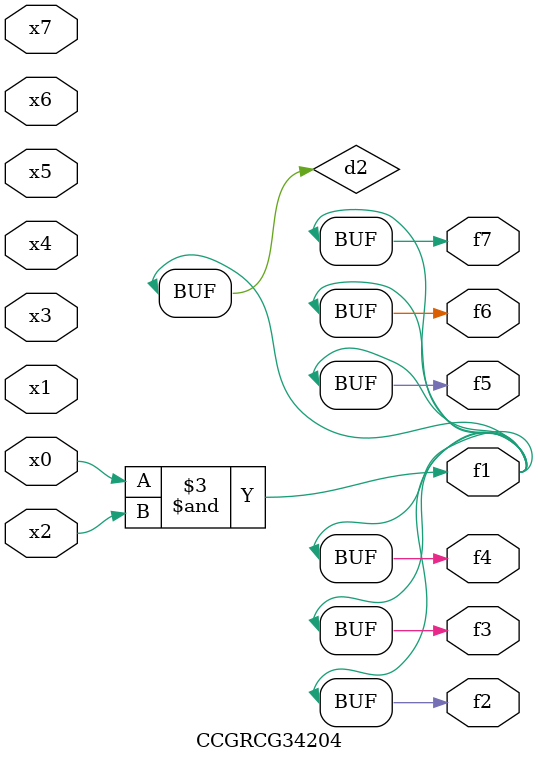
<source format=v>
module CCGRCG34204(
	input x0, x1, x2, x3, x4, x5, x6, x7,
	output f1, f2, f3, f4, f5, f6, f7
);

	wire d1, d2;

	nor (d1, x3, x6);
	and (d2, x0, x2);
	assign f1 = d2;
	assign f2 = d2;
	assign f3 = d2;
	assign f4 = d2;
	assign f5 = d2;
	assign f6 = d2;
	assign f7 = d2;
endmodule

</source>
